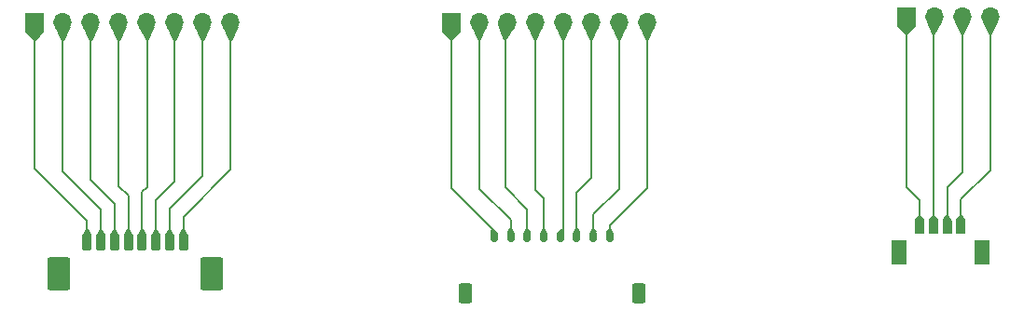
<source format=gbr>
%TF.GenerationSoftware,KiCad,Pcbnew,9.0.0*%
%TF.CreationDate,2025-03-30T13:01:22-06:00*%
%TF.ProjectId,connector_demo,636f6e6e-6563-4746-9f72-5f64656d6f2e,1*%
%TF.SameCoordinates,Original*%
%TF.FileFunction,Copper,L1,Top*%
%TF.FilePolarity,Positive*%
%FSLAX46Y46*%
G04 Gerber Fmt 4.6, Leading zero omitted, Abs format (unit mm)*
G04 Created by KiCad (PCBNEW 9.0.0) date 2025-03-30 13:01:22*
%MOMM*%
%LPD*%
G01*
G04 APERTURE LIST*
G04 Aperture macros list*
%AMRoundRect*
0 Rectangle with rounded corners*
0 $1 Rounding radius*
0 $2 $3 $4 $5 $6 $7 $8 $9 X,Y pos of 4 corners*
0 Add a 4 corners polygon primitive as box body*
4,1,4,$2,$3,$4,$5,$6,$7,$8,$9,$2,$3,0*
0 Add four circle primitives for the rounded corners*
1,1,$1+$1,$2,$3*
1,1,$1+$1,$4,$5*
1,1,$1+$1,$6,$7*
1,1,$1+$1,$8,$9*
0 Add four rect primitives between the rounded corners*
20,1,$1+$1,$2,$3,$4,$5,0*
20,1,$1+$1,$4,$5,$6,$7,0*
20,1,$1+$1,$6,$7,$8,$9,0*
20,1,$1+$1,$8,$9,$2,$3,0*%
G04 Aperture macros list end*
%TA.AperFunction,SMDPad,CuDef*%
%ADD10RoundRect,0.250000X-0.375000X-0.650000X0.375000X-0.650000X0.375000X0.650000X-0.375000X0.650000X0*%
%TD*%
%TA.AperFunction,SMDPad,CuDef*%
%ADD11RoundRect,0.150000X-0.150000X-0.350000X0.150000X-0.350000X0.150000X0.350000X-0.150000X0.350000X0*%
%TD*%
%TA.AperFunction,ComponentPad*%
%ADD12R,1.700000X1.700000*%
%TD*%
%TA.AperFunction,ComponentPad*%
%ADD13O,1.700000X1.700000*%
%TD*%
%TA.AperFunction,SMDPad,CuDef*%
%ADD14R,0.838200X1.295400*%
%TD*%
%TA.AperFunction,SMDPad,CuDef*%
%ADD15R,1.397000X2.260600*%
%TD*%
%TA.AperFunction,SMDPad,CuDef*%
%ADD16RoundRect,0.200000X-0.200000X-0.600000X0.200000X-0.600000X0.200000X0.600000X-0.200000X0.600000X0*%
%TD*%
%TA.AperFunction,SMDPad,CuDef*%
%ADD17RoundRect,0.250001X-0.799999X-1.249999X0.799999X-1.249999X0.799999X1.249999X-0.799999X1.249999X0*%
%TD*%
%TA.AperFunction,Conductor*%
%ADD18C,0.200000*%
%TD*%
G04 APERTURE END LIST*
D10*
%TO.P,J2,MP*%
%TO.N,N/C*%
X152605000Y-94690000D03*
X136895000Y-94690000D03*
D11*
%TO.P,J2,8,Pin_8*%
%TO.N,Net-(J2-Pin_8)*%
X150000000Y-89500000D03*
%TO.P,J2,7,Pin_7*%
%TO.N,Net-(J2-Pin_7)*%
X148500000Y-89500000D03*
%TO.P,J2,6,Pin_6*%
%TO.N,Net-(J2-Pin_6)*%
X147000000Y-89500000D03*
%TO.P,J2,5,Pin_5*%
%TO.N,Net-(J2-Pin_5)*%
X145500000Y-89500000D03*
%TO.P,J2,4,Pin_4*%
%TO.N,Net-(J2-Pin_4)*%
X144000000Y-89500000D03*
%TO.P,J2,3,Pin_3*%
%TO.N,Net-(J2-Pin_3)*%
X142500000Y-89500000D03*
%TO.P,J2,2,Pin_2*%
%TO.N,Net-(J2-Pin_2)*%
X141000000Y-89500000D03*
%TO.P,J2,1,Pin_1*%
%TO.N,Net-(J2-Pin_1)*%
X139500000Y-89500000D03*
%TD*%
D12*
%TO.P,J6,1,Pin_1*%
%TO.N,Net-(J3-Pin_1)*%
X176920000Y-69500000D03*
D13*
%TO.P,J6,2,Pin_2*%
%TO.N,Net-(J3-Pin_2)*%
X179460000Y-69500000D03*
%TO.P,J6,3,Pin_3*%
%TO.N,Net-(J3-Pin_3)*%
X182000000Y-69500000D03*
%TO.P,J6,4,Pin_4*%
%TO.N,Net-(J3-Pin_4)*%
X184540000Y-69500000D03*
%TD*%
D14*
%TO.P,J3,1,Pin_1*%
%TO.N,Net-(J3-Pin_1)*%
X178125000Y-88605800D03*
%TO.P,J3,2,Pin_2*%
%TO.N,Net-(J3-Pin_2)*%
X179375000Y-88605800D03*
%TO.P,J3,3,Pin_3*%
%TO.N,Net-(J3-Pin_3)*%
X180625000Y-88605800D03*
%TO.P,J3,4,Pin_4*%
%TO.N,Net-(J3-Pin_4)*%
X181875000Y-88605800D03*
D15*
%TO.P,J3,5*%
%TO.N,N/C*%
X183775001Y-90900690D03*
%TO.P,J3,6*%
X176224999Y-90900690D03*
%TD*%
D12*
%TO.P,J5,1,Pin_1*%
%TO.N,Net-(J2-Pin_1)*%
X135625000Y-70000000D03*
D13*
%TO.P,J5,2,Pin_2*%
%TO.N,Net-(J2-Pin_2)*%
X138165000Y-70000000D03*
%TO.P,J5,3,Pin_3*%
%TO.N,Net-(J2-Pin_3)*%
X140705000Y-70000000D03*
%TO.P,J5,4,Pin_4*%
%TO.N,Net-(J2-Pin_4)*%
X143245000Y-70000000D03*
%TO.P,J5,5,Pin_5*%
%TO.N,Net-(J2-Pin_5)*%
X145785000Y-70000000D03*
%TO.P,J5,6,Pin_6*%
%TO.N,Net-(J2-Pin_6)*%
X148325000Y-70000000D03*
%TO.P,J5,7,Pin_7*%
%TO.N,Net-(J2-Pin_7)*%
X150865000Y-70000000D03*
%TO.P,J5,8,Pin_8*%
%TO.N,Net-(J2-Pin_8)*%
X153405000Y-70000000D03*
%TD*%
D12*
%TO.P,J4,1,Pin_1*%
%TO.N,Net-(J1-Pin_1)*%
X97800000Y-70000000D03*
D13*
%TO.P,J4,2,Pin_2*%
%TO.N,Net-(J1-Pin_2)*%
X100340000Y-70000000D03*
%TO.P,J4,3,Pin_3*%
%TO.N,Net-(J1-Pin_3)*%
X102880000Y-70000000D03*
%TO.P,J4,4,Pin_4*%
%TO.N,Net-(J1-Pin_4)*%
X105420000Y-70000000D03*
%TO.P,J4,5,Pin_5*%
%TO.N,Net-(J1-Pin_5)*%
X107960000Y-70000000D03*
%TO.P,J4,6,Pin_6*%
%TO.N,Net-(J1-Pin_6)*%
X110500000Y-70000000D03*
%TO.P,J4,7,Pin_7*%
%TO.N,Net-(J1-Pin_7)*%
X113040000Y-70000000D03*
%TO.P,J4,8,Pin_8*%
%TO.N,Net-(J1-Pin_8)*%
X115580000Y-70000000D03*
%TD*%
D16*
%TO.P,J1,1,Pin_1*%
%TO.N,Net-(J1-Pin_1)*%
X102540000Y-90000000D03*
%TO.P,J1,2,Pin_2*%
%TO.N,Net-(J1-Pin_2)*%
X103790000Y-90000000D03*
%TO.P,J1,3,Pin_3*%
%TO.N,Net-(J1-Pin_3)*%
X105040000Y-90000000D03*
%TO.P,J1,4,Pin_4*%
%TO.N,Net-(J1-Pin_4)*%
X106290000Y-90000000D03*
%TO.P,J1,5,Pin_5*%
%TO.N,Net-(J1-Pin_5)*%
X107540000Y-90000000D03*
%TO.P,J1,6,Pin_6*%
%TO.N,Net-(J1-Pin_6)*%
X108790000Y-90000000D03*
%TO.P,J1,7,Pin_7*%
%TO.N,Net-(J1-Pin_7)*%
X110040000Y-90000000D03*
%TO.P,J1,8,Pin_8*%
%TO.N,Net-(J1-Pin_8)*%
X111290000Y-90000000D03*
D17*
%TO.P,J1,MP*%
%TO.N,N/C*%
X99990000Y-92900000D03*
X113840000Y-92900000D03*
%TD*%
D18*
%TO.N,Net-(J3-Pin_3)*%
X180625000Y-85000000D02*
X180625000Y-88605800D01*
X182000000Y-83625000D02*
X180625000Y-85000000D01*
X182000000Y-69500000D02*
X182000000Y-83625000D01*
%TO.N,Net-(J3-Pin_2)*%
X179375000Y-69585000D02*
X179460000Y-69500000D01*
X179375000Y-88605800D02*
X179375000Y-69585000D01*
%TO.N,Net-(J3-Pin_1)*%
X178125000Y-86205000D02*
X178125000Y-88605800D01*
X176920000Y-85000000D02*
X178125000Y-86205000D01*
X176920000Y-69500000D02*
X176920000Y-85000000D01*
%TO.N,Net-(J3-Pin_4)*%
X181875000Y-86125000D02*
X181875000Y-88605800D01*
X184540000Y-83460000D02*
X181875000Y-86125000D01*
X184540000Y-69500000D02*
X184540000Y-83460000D01*
%TO.N,Net-(J3-Pin_1)*%
X176500000Y-70000000D02*
X176560037Y-70060037D01*
%TO.N,Net-(J2-Pin_6)*%
X147000000Y-85500000D02*
X147000000Y-89500000D01*
X148325000Y-84175000D02*
X147000000Y-85500000D01*
X148325000Y-70000000D02*
X148325000Y-84175000D01*
%TO.N,Net-(J2-Pin_5)*%
X145785000Y-89215000D02*
X145500000Y-89500000D01*
X145785000Y-70000000D02*
X145785000Y-89215000D01*
%TO.N,Net-(J2-Pin_4)*%
X143245000Y-85245000D02*
X143245000Y-70000000D01*
X144000000Y-86000000D02*
X143245000Y-85245000D01*
X144000000Y-89500000D02*
X144000000Y-86000000D01*
%TO.N,Net-(J2-Pin_3)*%
X142500000Y-87000000D02*
X142500000Y-89500000D01*
X140500000Y-70205000D02*
X140500000Y-85000000D01*
X140500000Y-85000000D02*
X142500000Y-87000000D01*
X140705000Y-70000000D02*
X140500000Y-70205000D01*
%TO.N,Net-(J2-Pin_2)*%
X138165000Y-85165000D02*
X138165000Y-70000000D01*
X141000000Y-88000000D02*
X138165000Y-85165000D01*
X141000000Y-89500000D02*
X141000000Y-88000000D01*
%TO.N,Net-(J2-Pin_7)*%
X150865000Y-85135000D02*
X150865000Y-70000000D01*
X148500000Y-87500000D02*
X150865000Y-85135000D01*
X148500000Y-89500000D02*
X148500000Y-87500000D01*
%TO.N,Net-(J2-Pin_8)*%
X153405000Y-85095000D02*
X153405000Y-70000000D01*
X150000000Y-88500000D02*
X153405000Y-85095000D01*
X150000000Y-89500000D02*
X150000000Y-88500000D01*
%TO.N,Net-(J2-Pin_1)*%
X135625000Y-85125000D02*
X135625000Y-70000000D01*
X139500000Y-89000000D02*
X135625000Y-85125000D01*
X139500000Y-89500000D02*
X139500000Y-89000000D01*
%TO.N,Net-(J1-Pin_5)*%
X108000000Y-70040000D02*
X107960000Y-70000000D01*
X108000000Y-85000000D02*
X108000000Y-70040000D01*
X107540000Y-85460000D02*
X108000000Y-85000000D01*
X107540000Y-90000000D02*
X107540000Y-85460000D01*
%TO.N,Net-(J1-Pin_4)*%
X105420000Y-84920000D02*
X105420000Y-70000000D01*
X106290000Y-85790000D02*
X105420000Y-84920000D01*
X106290000Y-90000000D02*
X106290000Y-85790000D01*
%TO.N,Net-(J1-Pin_3)*%
X102880000Y-84340000D02*
X102880000Y-70000000D01*
X105040000Y-86500000D02*
X102880000Y-84340000D01*
X105040000Y-90000000D02*
X105040000Y-86500000D01*
%TO.N,Net-(J1-Pin_6)*%
X108790000Y-86210000D02*
X108790000Y-90000000D01*
X110500000Y-84500000D02*
X108790000Y-86210000D01*
X110500000Y-70000000D02*
X110500000Y-84500000D01*
%TO.N,Net-(J1-Pin_2)*%
X100340000Y-83550000D02*
X100340000Y-70000000D01*
X103790000Y-90000000D02*
X103790000Y-87000000D01*
X103790000Y-87000000D02*
X100340000Y-83550000D01*
%TO.N,Net-(J1-Pin_7)*%
X113040000Y-83960000D02*
X113040000Y-70000000D01*
X110040000Y-86960000D02*
X113040000Y-83960000D01*
X110040000Y-90000000D02*
X110040000Y-86960000D01*
%TO.N,Net-(J1-Pin_8)*%
X115580000Y-83420000D02*
X115580000Y-70000000D01*
X111290000Y-87710000D02*
X115580000Y-83420000D01*
X111290000Y-90000000D02*
X111290000Y-87710000D01*
%TO.N,Net-(J1-Pin_1)*%
X97800000Y-83300000D02*
X97800000Y-70000000D01*
X102540000Y-88040000D02*
X97800000Y-83300000D01*
X102540000Y-90000000D02*
X102540000Y-88040000D01*
%TD*%
%TA.AperFunction,Conductor*%
%TO.N,Net-(J3-Pin_2)*%
G36*
X179477476Y-87542427D02*
G01*
X179478512Y-87543612D01*
X179789123Y-87951563D01*
X179791408Y-87960222D01*
X179789641Y-87965000D01*
X179384827Y-88591589D01*
X179377460Y-88596679D01*
X179368651Y-88595067D01*
X179365173Y-88591589D01*
X178960358Y-87965000D01*
X178958746Y-87956191D01*
X178960874Y-87951567D01*
X179271488Y-87543611D01*
X179279226Y-87539106D01*
X179280797Y-87539000D01*
X179469203Y-87539000D01*
X179477476Y-87542427D01*
G37*
%TD.AperFunction*%
%TD*%
%TA.AperFunction,Conductor*%
%TO.N,Net-(J3-Pin_2)*%
G36*
X179466510Y-69503359D02*
G01*
X180157695Y-69966173D01*
X180162662Y-69973624D01*
X180161345Y-69981697D01*
X179478368Y-71177769D01*
X179471290Y-71183254D01*
X179468208Y-71183667D01*
X179282700Y-71183667D01*
X179274427Y-71180240D01*
X179271954Y-71176595D01*
X178757326Y-69981697D01*
X178757098Y-69981169D01*
X178756974Y-69972217D01*
X178761333Y-69966823D01*
X179453490Y-69503358D01*
X179462271Y-69501604D01*
X179466510Y-69503359D01*
G37*
%TD.AperFunction*%
%TD*%
%TA.AperFunction,Conductor*%
%TO.N,Net-(J3-Pin_1)*%
G36*
X178227476Y-87542427D02*
G01*
X178228512Y-87543612D01*
X178539123Y-87951563D01*
X178541408Y-87960222D01*
X178539641Y-87965000D01*
X178134827Y-88591589D01*
X178127460Y-88596679D01*
X178118651Y-88595067D01*
X178115173Y-88591589D01*
X177710358Y-87965000D01*
X177708746Y-87956191D01*
X177710874Y-87951567D01*
X178021488Y-87543611D01*
X178029226Y-87539106D01*
X178030797Y-87539000D01*
X178219203Y-87539000D01*
X178227476Y-87542427D01*
G37*
%TD.AperFunction*%
%TD*%
%TA.AperFunction,Conductor*%
%TO.N,Net-(J3-Pin_1)*%
G36*
X176928266Y-69507276D02*
G01*
X177762237Y-70342228D01*
X177765659Y-70350502D01*
X177762732Y-70358236D01*
X177023493Y-71196041D01*
X177015450Y-71199977D01*
X177014720Y-71200000D01*
X176825280Y-71200000D01*
X176817007Y-71196573D01*
X176816507Y-71196041D01*
X176077267Y-70358236D01*
X176074363Y-70349765D01*
X176077760Y-70342230D01*
X176911723Y-69507286D01*
X176919993Y-69503855D01*
X176928266Y-69507276D01*
G37*
%TD.AperFunction*%
%TD*%
%TA.AperFunction,Conductor*%
%TO.N,Net-(J3-Pin_4)*%
G36*
X181977476Y-87542427D02*
G01*
X181978512Y-87543612D01*
X182289123Y-87951563D01*
X182291408Y-87960222D01*
X182289641Y-87965000D01*
X181884827Y-88591589D01*
X181877460Y-88596679D01*
X181868651Y-88595067D01*
X181865173Y-88591589D01*
X181460358Y-87965000D01*
X181458746Y-87956191D01*
X181460874Y-87951567D01*
X181771488Y-87543611D01*
X181779226Y-87539106D01*
X181780797Y-87539000D01*
X181969203Y-87539000D01*
X181977476Y-87542427D01*
G37*
%TD.AperFunction*%
%TD*%
%TA.AperFunction,Conductor*%
%TO.N,Net-(J3-Pin_4)*%
G36*
X184546510Y-69503359D02*
G01*
X185238178Y-69966496D01*
X185243145Y-69973947D01*
X185242129Y-69981458D01*
X184643236Y-71177207D01*
X184636467Y-71183069D01*
X184632775Y-71183667D01*
X184447225Y-71183667D01*
X184438952Y-71180240D01*
X184436764Y-71177207D01*
X183837870Y-69981458D01*
X183837229Y-69972526D01*
X183841820Y-69966497D01*
X184533490Y-69503358D01*
X184542271Y-69501604D01*
X184546510Y-69503359D01*
G37*
%TD.AperFunction*%
%TD*%
%TA.AperFunction,Conductor*%
%TO.N,Net-(J2-Pin_6)*%
G36*
X147100914Y-88703427D02*
G01*
X147103187Y-88706634D01*
X147285603Y-89086396D01*
X147286097Y-89095337D01*
X147284612Y-89098214D01*
X147009555Y-89487477D01*
X147001982Y-89492256D01*
X146993248Y-89490280D01*
X146990445Y-89487477D01*
X146715387Y-89098214D01*
X146713411Y-89089480D01*
X146714394Y-89086399D01*
X146896813Y-88706633D01*
X146903484Y-88700660D01*
X146907359Y-88700000D01*
X147092641Y-88700000D01*
X147100914Y-88703427D01*
G37*
%TD.AperFunction*%
%TD*%
%TA.AperFunction,Conductor*%
%TO.N,Net-(J2-Pin_6)*%
G36*
X148331510Y-70003359D02*
G01*
X149023178Y-70466496D01*
X149028145Y-70473947D01*
X149027129Y-70481458D01*
X148428236Y-71677207D01*
X148421467Y-71683069D01*
X148417775Y-71683667D01*
X148232225Y-71683667D01*
X148223952Y-71680240D01*
X148221764Y-71677207D01*
X147622870Y-70481458D01*
X147622229Y-70472526D01*
X147626820Y-70466497D01*
X148318490Y-70003358D01*
X148327271Y-70001604D01*
X148331510Y-70003359D01*
G37*
%TD.AperFunction*%
%TD*%
%TA.AperFunction,Conductor*%
%TO.N,Net-(J2-Pin_5)*%
G36*
X145880213Y-88790663D02*
G01*
X145883640Y-88798936D01*
X145883570Y-88800217D01*
X145801388Y-89546076D01*
X145797075Y-89553924D01*
X145788477Y-89556425D01*
X145787549Y-89556285D01*
X145507365Y-89502416D01*
X145499888Y-89497488D01*
X145498212Y-89493718D01*
X145378936Y-89007830D01*
X145380292Y-88998980D01*
X145383647Y-88995417D01*
X145599401Y-88846369D01*
X145681998Y-88789310D01*
X145688648Y-88787236D01*
X145871940Y-88787236D01*
X145880213Y-88790663D01*
G37*
%TD.AperFunction*%
%TD*%
%TA.AperFunction,Conductor*%
%TO.N,Net-(J2-Pin_5)*%
G36*
X145791510Y-70003359D02*
G01*
X146483178Y-70466496D01*
X146488145Y-70473947D01*
X146487129Y-70481458D01*
X145888236Y-71677207D01*
X145881467Y-71683069D01*
X145877775Y-71683667D01*
X145692225Y-71683667D01*
X145683952Y-71680240D01*
X145681764Y-71677207D01*
X145082870Y-70481458D01*
X145082229Y-70472526D01*
X145086820Y-70466497D01*
X145778490Y-70003358D01*
X145787271Y-70001604D01*
X145791510Y-70003359D01*
G37*
%TD.AperFunction*%
%TD*%
%TA.AperFunction,Conductor*%
%TO.N,Net-(J2-Pin_4)*%
G36*
X143251510Y-70003359D02*
G01*
X143943178Y-70466496D01*
X143948145Y-70473947D01*
X143947129Y-70481458D01*
X143348236Y-71677207D01*
X143341467Y-71683069D01*
X143337775Y-71683667D01*
X143152225Y-71683667D01*
X143143952Y-71680240D01*
X143141764Y-71677207D01*
X142542870Y-70481458D01*
X142542229Y-70472526D01*
X142546820Y-70466497D01*
X143238490Y-70003358D01*
X143247271Y-70001604D01*
X143251510Y-70003359D01*
G37*
%TD.AperFunction*%
%TD*%
%TA.AperFunction,Conductor*%
%TO.N,Net-(J2-Pin_4)*%
G36*
X144100914Y-88703427D02*
G01*
X144103187Y-88706634D01*
X144285603Y-89086396D01*
X144286097Y-89095337D01*
X144284612Y-89098214D01*
X144009555Y-89487477D01*
X144001982Y-89492256D01*
X143993248Y-89490280D01*
X143990445Y-89487477D01*
X143715387Y-89098214D01*
X143713411Y-89089480D01*
X143714394Y-89086399D01*
X143896813Y-88706633D01*
X143903484Y-88700660D01*
X143907359Y-88700000D01*
X144092641Y-88700000D01*
X144100914Y-88703427D01*
G37*
%TD.AperFunction*%
%TD*%
%TA.AperFunction,Conductor*%
%TO.N,Net-(J2-Pin_3)*%
G36*
X142600914Y-88703427D02*
G01*
X142603187Y-88706634D01*
X142785603Y-89086396D01*
X142786097Y-89095337D01*
X142784612Y-89098214D01*
X142509555Y-89487477D01*
X142501982Y-89492256D01*
X142493248Y-89490280D01*
X142490445Y-89487477D01*
X142215387Y-89098214D01*
X142213411Y-89089480D01*
X142214394Y-89086399D01*
X142396813Y-88706633D01*
X142403484Y-88700660D01*
X142407359Y-88700000D01*
X142592641Y-88700000D01*
X142600914Y-88703427D01*
G37*
%TD.AperFunction*%
%TD*%
%TA.AperFunction,Conductor*%
%TO.N,Net-(J2-Pin_3)*%
G36*
X140709017Y-70001689D02*
G01*
X140959780Y-70169599D01*
X141401962Y-70465682D01*
X141406929Y-70473133D01*
X141405174Y-70481914D01*
X141405131Y-70481978D01*
X140603481Y-71662315D01*
X140595998Y-71667233D01*
X140593802Y-71667441D01*
X140408285Y-71667441D01*
X140400012Y-71664014D01*
X140397249Y-71659626D01*
X140226880Y-71175714D01*
X139875808Y-70178537D01*
X139876293Y-70169599D01*
X139882959Y-70163619D01*
X139884541Y-70163183D01*
X140700235Y-69999953D01*
X140709017Y-70001689D01*
G37*
%TD.AperFunction*%
%TD*%
%TA.AperFunction,Conductor*%
%TO.N,Net-(J2-Pin_2)*%
G36*
X138171510Y-70003359D02*
G01*
X138863178Y-70466496D01*
X138868145Y-70473947D01*
X138867129Y-70481458D01*
X138268236Y-71677207D01*
X138261467Y-71683069D01*
X138257775Y-71683667D01*
X138072225Y-71683667D01*
X138063952Y-71680240D01*
X138061764Y-71677207D01*
X137462870Y-70481458D01*
X137462229Y-70472526D01*
X137466820Y-70466497D01*
X138158490Y-70003358D01*
X138167271Y-70001604D01*
X138171510Y-70003359D01*
G37*
%TD.AperFunction*%
%TD*%
%TA.AperFunction,Conductor*%
%TO.N,Net-(J2-Pin_2)*%
G36*
X141100914Y-88703427D02*
G01*
X141103187Y-88706634D01*
X141285603Y-89086396D01*
X141286097Y-89095337D01*
X141284612Y-89098214D01*
X141009555Y-89487477D01*
X141001982Y-89492256D01*
X140993248Y-89490280D01*
X140990445Y-89487477D01*
X140715387Y-89098214D01*
X140713411Y-89089480D01*
X140714394Y-89086399D01*
X140896813Y-88706633D01*
X140903484Y-88700660D01*
X140907359Y-88700000D01*
X141092641Y-88700000D01*
X141100914Y-88703427D01*
G37*
%TD.AperFunction*%
%TD*%
%TA.AperFunction,Conductor*%
%TO.N,Net-(J2-Pin_7)*%
G36*
X150871510Y-70003359D02*
G01*
X151563178Y-70466496D01*
X151568145Y-70473947D01*
X151567129Y-70481458D01*
X150968236Y-71677207D01*
X150961467Y-71683069D01*
X150957775Y-71683667D01*
X150772225Y-71683667D01*
X150763952Y-71680240D01*
X150761764Y-71677207D01*
X150162870Y-70481458D01*
X150162229Y-70472526D01*
X150166820Y-70466497D01*
X150858490Y-70003358D01*
X150867271Y-70001604D01*
X150871510Y-70003359D01*
G37*
%TD.AperFunction*%
%TD*%
%TA.AperFunction,Conductor*%
%TO.N,Net-(J2-Pin_7)*%
G36*
X148600914Y-88703427D02*
G01*
X148603187Y-88706634D01*
X148785603Y-89086396D01*
X148786097Y-89095337D01*
X148784612Y-89098214D01*
X148509555Y-89487477D01*
X148501982Y-89492256D01*
X148493248Y-89490280D01*
X148490445Y-89487477D01*
X148215387Y-89098214D01*
X148213411Y-89089480D01*
X148214394Y-89086399D01*
X148396813Y-88706633D01*
X148403484Y-88700660D01*
X148407359Y-88700000D01*
X148592641Y-88700000D01*
X148600914Y-88703427D01*
G37*
%TD.AperFunction*%
%TD*%
%TA.AperFunction,Conductor*%
%TO.N,Net-(J2-Pin_8)*%
G36*
X153411510Y-70003359D02*
G01*
X154103178Y-70466496D01*
X154108145Y-70473947D01*
X154107129Y-70481458D01*
X153508236Y-71677207D01*
X153501467Y-71683069D01*
X153497775Y-71683667D01*
X153312225Y-71683667D01*
X153303952Y-71680240D01*
X153301764Y-71677207D01*
X152702870Y-70481458D01*
X152702229Y-70472526D01*
X152706820Y-70466497D01*
X153398490Y-70003358D01*
X153407271Y-70001604D01*
X153411510Y-70003359D01*
G37*
%TD.AperFunction*%
%TD*%
%TA.AperFunction,Conductor*%
%TO.N,Net-(J2-Pin_8)*%
G36*
X150100914Y-88703427D02*
G01*
X150103187Y-88706634D01*
X150285603Y-89086396D01*
X150286097Y-89095337D01*
X150284612Y-89098214D01*
X150009555Y-89487477D01*
X150001982Y-89492256D01*
X149993248Y-89490280D01*
X149990445Y-89487477D01*
X149715387Y-89098214D01*
X149713411Y-89089480D01*
X149714394Y-89086399D01*
X149896813Y-88706633D01*
X149903484Y-88700660D01*
X149907359Y-88700000D01*
X150092641Y-88700000D01*
X150100914Y-88703427D01*
G37*
%TD.AperFunction*%
%TD*%
%TA.AperFunction,Conductor*%
%TO.N,Net-(J2-Pin_1)*%
G36*
X135633266Y-70007276D02*
G01*
X136467237Y-70842228D01*
X136470659Y-70850502D01*
X136467732Y-70858236D01*
X135728493Y-71696041D01*
X135720450Y-71699977D01*
X135719720Y-71700000D01*
X135530280Y-71700000D01*
X135522007Y-71696573D01*
X135521507Y-71696041D01*
X134782267Y-70858236D01*
X134779363Y-70849765D01*
X134782760Y-70842230D01*
X135616723Y-70007286D01*
X135624993Y-70003855D01*
X135633266Y-70007276D01*
G37*
%TD.AperFunction*%
%TD*%
%TA.AperFunction,Conductor*%
%TO.N,Net-(J2-Pin_1)*%
G36*
X139366841Y-88724861D02*
G01*
X139659712Y-88997909D01*
X139663427Y-89006057D01*
X139662843Y-89010139D01*
X139507209Y-89481031D01*
X139501359Y-89487810D01*
X139492428Y-89488468D01*
X139487218Y-89484975D01*
X139446163Y-89437094D01*
X139203074Y-89153585D01*
X139200277Y-89145284D01*
X139216896Y-88863016D01*
X139220302Y-88855434D01*
X139350591Y-88725145D01*
X139358863Y-88721719D01*
X139366841Y-88724861D01*
G37*
%TD.AperFunction*%
%TD*%
%TA.AperFunction,Conductor*%
%TO.N,Net-(J1-Pin_5)*%
G36*
X107966509Y-70003358D02*
G01*
X108658406Y-70466649D01*
X108663373Y-70474099D01*
X108662494Y-70481328D01*
X108103154Y-71676925D01*
X108096544Y-71682966D01*
X108092556Y-71683667D01*
X107907016Y-71683667D01*
X107898743Y-71680240D01*
X107896695Y-71677477D01*
X107258236Y-70481574D01*
X107257363Y-70472663D01*
X107262045Y-70466346D01*
X107953490Y-70003358D01*
X107962271Y-70001604D01*
X107966509Y-70003358D01*
G37*
%TD.AperFunction*%
%TD*%
%TA.AperFunction,Conductor*%
%TO.N,Net-(J1-Pin_5)*%
G36*
X107641318Y-88803427D02*
G01*
X107643323Y-88806109D01*
X107921667Y-89317749D01*
X107922610Y-89326654D01*
X107921563Y-89329118D01*
X107550174Y-89983085D01*
X107543109Y-89988586D01*
X107534222Y-89987481D01*
X107529826Y-89983085D01*
X107158436Y-89329118D01*
X107157330Y-89320231D01*
X107158330Y-89317752D01*
X107436677Y-88806109D01*
X107443641Y-88800479D01*
X107446955Y-88800000D01*
X107633045Y-88800000D01*
X107641318Y-88803427D01*
G37*
%TD.AperFunction*%
%TD*%
%TA.AperFunction,Conductor*%
%TO.N,Net-(J1-Pin_4)*%
G36*
X105426510Y-70003359D02*
G01*
X106118178Y-70466496D01*
X106123145Y-70473947D01*
X106122129Y-70481458D01*
X105523236Y-71677207D01*
X105516467Y-71683069D01*
X105512775Y-71683667D01*
X105327225Y-71683667D01*
X105318952Y-71680240D01*
X105316764Y-71677207D01*
X104717870Y-70481458D01*
X104717229Y-70472526D01*
X104721820Y-70466497D01*
X105413490Y-70003358D01*
X105422271Y-70001604D01*
X105426510Y-70003359D01*
G37*
%TD.AperFunction*%
%TD*%
%TA.AperFunction,Conductor*%
%TO.N,Net-(J1-Pin_4)*%
G36*
X106391318Y-88803427D02*
G01*
X106393323Y-88806109D01*
X106671667Y-89317749D01*
X106672610Y-89326654D01*
X106671563Y-89329118D01*
X106300174Y-89983085D01*
X106293109Y-89988586D01*
X106284222Y-89987481D01*
X106279826Y-89983085D01*
X105908436Y-89329118D01*
X105907330Y-89320231D01*
X105908330Y-89317752D01*
X106186677Y-88806109D01*
X106193641Y-88800479D01*
X106196955Y-88800000D01*
X106383045Y-88800000D01*
X106391318Y-88803427D01*
G37*
%TD.AperFunction*%
%TD*%
%TA.AperFunction,Conductor*%
%TO.N,Net-(J1-Pin_3)*%
G36*
X102886510Y-70003359D02*
G01*
X103578178Y-70466496D01*
X103583145Y-70473947D01*
X103582129Y-70481458D01*
X102983236Y-71677207D01*
X102976467Y-71683069D01*
X102972775Y-71683667D01*
X102787225Y-71683667D01*
X102778952Y-71680240D01*
X102776764Y-71677207D01*
X102177870Y-70481458D01*
X102177229Y-70472526D01*
X102181820Y-70466497D01*
X102873490Y-70003358D01*
X102882271Y-70001604D01*
X102886510Y-70003359D01*
G37*
%TD.AperFunction*%
%TD*%
%TA.AperFunction,Conductor*%
%TO.N,Net-(J1-Pin_3)*%
G36*
X105141318Y-88803427D02*
G01*
X105143323Y-88806109D01*
X105421667Y-89317749D01*
X105422610Y-89326654D01*
X105421563Y-89329118D01*
X105050174Y-89983085D01*
X105043109Y-89988586D01*
X105034222Y-89987481D01*
X105029826Y-89983085D01*
X104658436Y-89329118D01*
X104657330Y-89320231D01*
X104658330Y-89317752D01*
X104936677Y-88806109D01*
X104943641Y-88800479D01*
X104946955Y-88800000D01*
X105133045Y-88800000D01*
X105141318Y-88803427D01*
G37*
%TD.AperFunction*%
%TD*%
%TA.AperFunction,Conductor*%
%TO.N,Net-(J1-Pin_6)*%
G36*
X108891318Y-88803427D02*
G01*
X108893323Y-88806109D01*
X109171667Y-89317749D01*
X109172610Y-89326654D01*
X109171563Y-89329118D01*
X108800174Y-89983085D01*
X108793109Y-89988586D01*
X108784222Y-89987481D01*
X108779826Y-89983085D01*
X108408436Y-89329118D01*
X108407330Y-89320231D01*
X108408330Y-89317752D01*
X108686677Y-88806109D01*
X108693641Y-88800479D01*
X108696955Y-88800000D01*
X108883045Y-88800000D01*
X108891318Y-88803427D01*
G37*
%TD.AperFunction*%
%TD*%
%TA.AperFunction,Conductor*%
%TO.N,Net-(J1-Pin_6)*%
G36*
X110506510Y-70003359D02*
G01*
X111198178Y-70466496D01*
X111203145Y-70473947D01*
X111202129Y-70481458D01*
X110603236Y-71677207D01*
X110596467Y-71683069D01*
X110592775Y-71683667D01*
X110407225Y-71683667D01*
X110398952Y-71680240D01*
X110396764Y-71677207D01*
X109797870Y-70481458D01*
X109797229Y-70472526D01*
X109801820Y-70466497D01*
X110493490Y-70003358D01*
X110502271Y-70001604D01*
X110506510Y-70003359D01*
G37*
%TD.AperFunction*%
%TD*%
%TA.AperFunction,Conductor*%
%TO.N,Net-(J1-Pin_2)*%
G36*
X100346510Y-70003359D02*
G01*
X101038178Y-70466496D01*
X101043145Y-70473947D01*
X101042129Y-70481458D01*
X100443236Y-71677207D01*
X100436467Y-71683069D01*
X100432775Y-71683667D01*
X100247225Y-71683667D01*
X100238952Y-71680240D01*
X100236764Y-71677207D01*
X99637870Y-70481458D01*
X99637229Y-70472526D01*
X99641820Y-70466497D01*
X100333490Y-70003358D01*
X100342271Y-70001604D01*
X100346510Y-70003359D01*
G37*
%TD.AperFunction*%
%TD*%
%TA.AperFunction,Conductor*%
%TO.N,Net-(J1-Pin_2)*%
G36*
X103891318Y-88803427D02*
G01*
X103893323Y-88806109D01*
X104171667Y-89317749D01*
X104172610Y-89326654D01*
X104171563Y-89329118D01*
X103800174Y-89983085D01*
X103793109Y-89988586D01*
X103784222Y-89987481D01*
X103779826Y-89983085D01*
X103408436Y-89329118D01*
X103407330Y-89320231D01*
X103408330Y-89317752D01*
X103686677Y-88806109D01*
X103693641Y-88800479D01*
X103696955Y-88800000D01*
X103883045Y-88800000D01*
X103891318Y-88803427D01*
G37*
%TD.AperFunction*%
%TD*%
%TA.AperFunction,Conductor*%
%TO.N,Net-(J1-Pin_7)*%
G36*
X113046510Y-70003359D02*
G01*
X113738178Y-70466496D01*
X113743145Y-70473947D01*
X113742129Y-70481458D01*
X113143236Y-71677207D01*
X113136467Y-71683069D01*
X113132775Y-71683667D01*
X112947225Y-71683667D01*
X112938952Y-71680240D01*
X112936764Y-71677207D01*
X112337870Y-70481458D01*
X112337229Y-70472526D01*
X112341820Y-70466497D01*
X113033490Y-70003358D01*
X113042271Y-70001604D01*
X113046510Y-70003359D01*
G37*
%TD.AperFunction*%
%TD*%
%TA.AperFunction,Conductor*%
%TO.N,Net-(J1-Pin_7)*%
G36*
X110141318Y-88803427D02*
G01*
X110143323Y-88806109D01*
X110421667Y-89317749D01*
X110422610Y-89326654D01*
X110421563Y-89329118D01*
X110050174Y-89983085D01*
X110043109Y-89988586D01*
X110034222Y-89987481D01*
X110029826Y-89983085D01*
X109658436Y-89329118D01*
X109657330Y-89320231D01*
X109658330Y-89317752D01*
X109936677Y-88806109D01*
X109943641Y-88800479D01*
X109946955Y-88800000D01*
X110133045Y-88800000D01*
X110141318Y-88803427D01*
G37*
%TD.AperFunction*%
%TD*%
%TA.AperFunction,Conductor*%
%TO.N,Net-(J1-Pin_8)*%
G36*
X115586510Y-70003359D02*
G01*
X116278178Y-70466496D01*
X116283145Y-70473947D01*
X116282129Y-70481458D01*
X115683236Y-71677207D01*
X115676467Y-71683069D01*
X115672775Y-71683667D01*
X115487225Y-71683667D01*
X115478952Y-71680240D01*
X115476764Y-71677207D01*
X114877870Y-70481458D01*
X114877229Y-70472526D01*
X114881820Y-70466497D01*
X115573490Y-70003358D01*
X115582271Y-70001604D01*
X115586510Y-70003359D01*
G37*
%TD.AperFunction*%
%TD*%
%TA.AperFunction,Conductor*%
%TO.N,Net-(J1-Pin_8)*%
G36*
X111391318Y-88803427D02*
G01*
X111393323Y-88806109D01*
X111671667Y-89317749D01*
X111672610Y-89326654D01*
X111671563Y-89329118D01*
X111300174Y-89983085D01*
X111293109Y-89988586D01*
X111284222Y-89987481D01*
X111279826Y-89983085D01*
X110908436Y-89329118D01*
X110907330Y-89320231D01*
X110908330Y-89317752D01*
X111186677Y-88806109D01*
X111193641Y-88800479D01*
X111196955Y-88800000D01*
X111383045Y-88800000D01*
X111391318Y-88803427D01*
G37*
%TD.AperFunction*%
%TD*%
%TA.AperFunction,Conductor*%
%TO.N,Net-(J1-Pin_1)*%
G36*
X97808266Y-70007276D02*
G01*
X98642237Y-70842228D01*
X98645659Y-70850502D01*
X98642732Y-70858236D01*
X97903493Y-71696041D01*
X97895450Y-71699977D01*
X97894720Y-71700000D01*
X97705280Y-71700000D01*
X97697007Y-71696573D01*
X97696507Y-71696041D01*
X96957267Y-70858236D01*
X96954363Y-70849765D01*
X96957760Y-70842230D01*
X97791723Y-70007286D01*
X97799993Y-70003855D01*
X97808266Y-70007276D01*
G37*
%TD.AperFunction*%
%TD*%
%TA.AperFunction,Conductor*%
%TO.N,Net-(J1-Pin_1)*%
G36*
X102641318Y-88803427D02*
G01*
X102643323Y-88806109D01*
X102921667Y-89317749D01*
X102922610Y-89326654D01*
X102921563Y-89329118D01*
X102550174Y-89983085D01*
X102543109Y-89988586D01*
X102534222Y-89987481D01*
X102529826Y-89983085D01*
X102158436Y-89329118D01*
X102157330Y-89320231D01*
X102158330Y-89317752D01*
X102436677Y-88806109D01*
X102443641Y-88800479D01*
X102446955Y-88800000D01*
X102633045Y-88800000D01*
X102641318Y-88803427D01*
G37*
%TD.AperFunction*%
%TD*%
%TA.AperFunction,Conductor*%
%TO.N,Net-(J3-Pin_3)*%
G36*
X180727476Y-87542427D02*
G01*
X180728512Y-87543612D01*
X181039123Y-87951563D01*
X181041408Y-87960222D01*
X181039641Y-87965000D01*
X180634827Y-88591589D01*
X180627460Y-88596679D01*
X180618651Y-88595067D01*
X180615173Y-88591589D01*
X180210358Y-87965000D01*
X180208746Y-87956191D01*
X180210874Y-87951567D01*
X180521488Y-87543611D01*
X180529226Y-87539106D01*
X180530797Y-87539000D01*
X180719203Y-87539000D01*
X180727476Y-87542427D01*
G37*
%TD.AperFunction*%
%TD*%
%TA.AperFunction,Conductor*%
%TO.N,Net-(J3-Pin_3)*%
G36*
X182006510Y-69503359D02*
G01*
X182698178Y-69966496D01*
X182703145Y-69973947D01*
X182702129Y-69981458D01*
X182103236Y-71177207D01*
X182096467Y-71183069D01*
X182092775Y-71183667D01*
X181907225Y-71183667D01*
X181898952Y-71180240D01*
X181896764Y-71177207D01*
X181297870Y-69981458D01*
X181297229Y-69972526D01*
X181301820Y-69966497D01*
X181993490Y-69503358D01*
X182002271Y-69501604D01*
X182006510Y-69503359D01*
G37*
%TD.AperFunction*%
%TD*%
M02*

</source>
